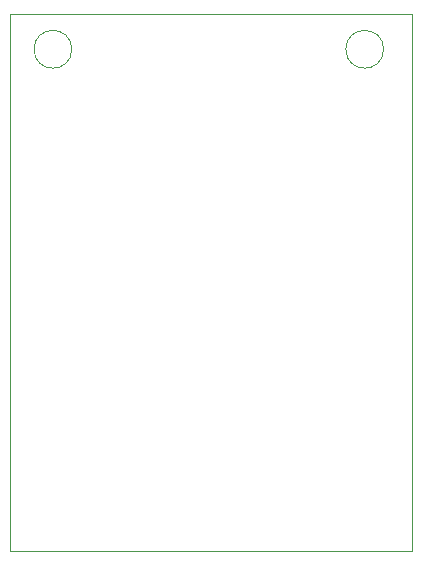
<source format=gm1>
G04 #@! TF.GenerationSoftware,KiCad,Pcbnew,8.0.0*
G04 #@! TF.CreationDate,2024-03-07T23:13:23+01:00*
G04 #@! TF.ProjectId,ESP32j1mmb,45535033-326a-4316-9d6d-622e6b696361,rev?*
G04 #@! TF.SameCoordinates,Original*
G04 #@! TF.FileFunction,Profile,NP*
%FSLAX46Y46*%
G04 Gerber Fmt 4.6, Leading zero omitted, Abs format (unit mm)*
G04 Created by KiCad (PCBNEW 8.0.0) date 2024-03-07 23:13:23*
%MOMM*%
%LPD*%
G01*
G04 APERTURE LIST*
G04 #@! TA.AperFunction,Profile*
%ADD10C,0.050000*%
G04 #@! TD*
G04 APERTURE END LIST*
D10*
X78200000Y-95000000D02*
G75*
G02*
X75000000Y-95000000I-1600000J0D01*
G01*
X75000000Y-95000000D02*
G75*
G02*
X78200000Y-95000000I1600000J0D01*
G01*
X104600000Y-95000000D02*
G75*
G02*
X101400000Y-95000000I-1600000J0D01*
G01*
X101400000Y-95000000D02*
G75*
G02*
X104600000Y-95000000I1600000J0D01*
G01*
X73000000Y-92000000D02*
X107000000Y-92000000D01*
X107000000Y-137500000D01*
X73000000Y-137500000D01*
X73000000Y-92000000D01*
M02*

</source>
